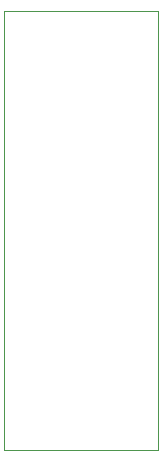
<source format=gm1>
G04 #@! TF.FileFunction,Profile,NP*
%FSLAX46Y46*%
G04 Gerber Fmt 4.6, Leading zero omitted, Abs format (unit mm)*
G04 Created by KiCad (PCBNEW 0.201602271447+6593~42~ubuntu15.04.1-product) date Mon 29 Feb 2016 02:23:36 PM EST*
%MOMM*%
G01*
G04 APERTURE LIST*
%ADD10C,0.100000*%
G04 APERTURE END LIST*
D10*
X102600000Y-86400000D02*
X102600000Y-49200000D01*
X115600000Y-86400000D02*
X102600000Y-86400000D01*
X115600000Y-49200000D02*
X115600000Y-86400000D01*
X102600000Y-49200000D02*
X115600000Y-49200000D01*
M02*

</source>
